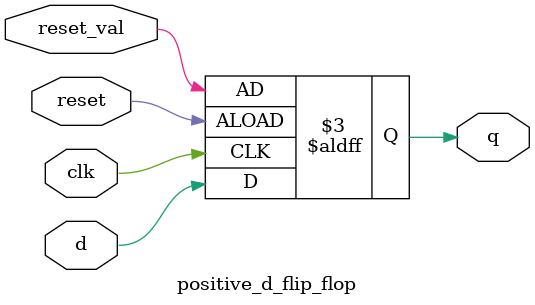
<source format=v>
module part1(SW, KEY, LEDR);
	// Assigning inputs and outputs
	input [9:0] SW;
	input [0:0] KEY;
	output [9:0] LEDR;
	
	// Wires and registers
	wire w, z, reset, clk;
	wire [8:0] state, state_next;
	
	// Setting parameters
	parameter A = 9'b000000001;
	parameter B = 9'b000000010;
	parameter C = 9'b000000100;
	parameter D = 9'b000001000;
	parameter E = 9'b000010000;
	parameter F = 9'b000100000;
	parameter G = 9'b001000000;
	parameter H = 9'b010000000;
	parameter I = 9'b100000000;
	
	// Assignments
	assign reset = SW[0];
	assign w = SW[1];
	assign clk = KEY[0];
	assign LEDR[8:0] = state;
	assign LEDR[9] = z;
	assign z = (state == E) | (state == I);
	
	// Logic
	assign state_next[0] = 1'b0;
	assign state_next[1] = ~w & (state[0] | state[5] | state[6] | state[7] | state[8]);
	assign state_next[2] = ~w & state[1];
	assign state_next[3] = ~w & state[2];
	assign state_next[4] = ~w & (state[3] | state[4]);
	assign state_next[5] = w & (state[0] | state[1] | state[2] | state[3] | state[4]);
	assign state_next[6] = w & state[5];
	assign state_next[7] = w & state[6];
	assign state_next[8] = w & (state[7] | state[8]);
	
	// Instantiating flip-flops
	positive_d_flip_flop F0 (state_next[0], clk, reset, 1'b1, state[0]);
	positive_d_flip_flop F1 (state_next[1], clk, reset, 1'b0, state[1]);
	positive_d_flip_flop F2 (state_next[2], clk, reset, 1'b0, state[2]);
	positive_d_flip_flop F3 (state_next[3], clk, reset, 1'b0, state[3]);
	positive_d_flip_flop F4 (state_next[4], clk, reset, 1'b0, state[4]);
	positive_d_flip_flop F5 (state_next[5], clk, reset, 1'b0, state[5]);
	positive_d_flip_flop F6 (state_next[6], clk, reset, 1'b0, state[6]);
	positive_d_flip_flop F7 (state_next[7], clk, reset, 1'b0, state[7]);
	positive_d_flip_flop F8 (state_next[8], clk, reset, 1'b0, state[8]);
endmodule

module positive_d_flip_flop(d, clk, reset, reset_val, q);
	// Assigning inputs and outputs
	input d, clk, reset, reset_val;
	output reg q;
	
	// Logic
	always @(posedge clk or negedge reset)
		if (~reset)
			q <= reset_val;
		else
			q <= d;
endmodule

</source>
